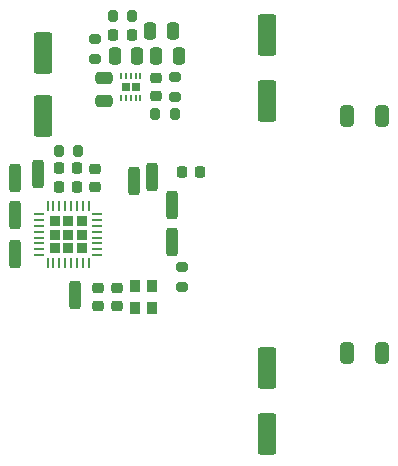
<source format=gbr>
%TF.GenerationSoftware,KiCad,Pcbnew,8.0.4*%
%TF.CreationDate,2024-09-11T23:51:38+02:00*%
%TF.ProjectId,HiFiDAC,48694669-4441-4432-9e6b-696361645f70,rev?*%
%TF.SameCoordinates,Original*%
%TF.FileFunction,Paste,Bot*%
%TF.FilePolarity,Positive*%
%FSLAX46Y46*%
G04 Gerber Fmt 4.6, Leading zero omitted, Abs format (unit mm)*
G04 Created by KiCad (PCBNEW 8.0.4) date 2024-09-11 23:51:38*
%MOMM*%
%LPD*%
G01*
G04 APERTURE LIST*
G04 Aperture macros list*
%AMRoundRect*
0 Rectangle with rounded corners*
0 $1 Rounding radius*
0 $2 $3 $4 $5 $6 $7 $8 $9 X,Y pos of 4 corners*
0 Add a 4 corners polygon primitive as box body*
4,1,4,$2,$3,$4,$5,$6,$7,$8,$9,$2,$3,0*
0 Add four circle primitives for the rounded corners*
1,1,$1+$1,$2,$3*
1,1,$1+$1,$4,$5*
1,1,$1+$1,$6,$7*
1,1,$1+$1,$8,$9*
0 Add four rect primitives between the rounded corners*
20,1,$1+$1,$2,$3,$4,$5,0*
20,1,$1+$1,$4,$5,$6,$7,0*
20,1,$1+$1,$6,$7,$8,$9,0*
20,1,$1+$1,$8,$9,$2,$3,0*%
G04 Aperture macros list end*
%ADD10RoundRect,0.237500X0.237500X-0.987500X0.237500X0.987500X-0.237500X0.987500X-0.237500X-0.987500X0*%
%ADD11RoundRect,0.250000X0.325000X0.650000X-0.325000X0.650000X-0.325000X-0.650000X0.325000X-0.650000X0*%
%ADD12RoundRect,0.225000X0.225000X0.250000X-0.225000X0.250000X-0.225000X-0.250000X0.225000X-0.250000X0*%
%ADD13RoundRect,0.250000X-0.250000X-0.475000X0.250000X-0.475000X0.250000X0.475000X-0.250000X0.475000X0*%
%ADD14RoundRect,0.237500X-0.237500X0.987500X-0.237500X-0.987500X0.237500X-0.987500X0.237500X0.987500X0*%
%ADD15RoundRect,0.250000X0.550000X-1.500000X0.550000X1.500000X-0.550000X1.500000X-0.550000X-1.500000X0*%
%ADD16RoundRect,0.250000X-0.475000X0.250000X-0.475000X-0.250000X0.475000X-0.250000X0.475000X0.250000X0*%
%ADD17RoundRect,0.225000X0.250000X-0.225000X0.250000X0.225000X-0.250000X0.225000X-0.250000X-0.225000X0*%
%ADD18RoundRect,0.232500X-0.232500X0.232500X-0.232500X-0.232500X0.232500X-0.232500X0.232500X0.232500X0*%
%ADD19RoundRect,0.062500X-0.062500X0.375000X-0.062500X-0.375000X0.062500X-0.375000X0.062500X0.375000X0*%
%ADD20RoundRect,0.062500X-0.375000X0.062500X-0.375000X-0.062500X0.375000X-0.062500X0.375000X0.062500X0*%
%ADD21R,0.950000X1.050000*%
%ADD22RoundRect,0.250000X0.250000X0.475000X-0.250000X0.475000X-0.250000X-0.475000X0.250000X-0.475000X0*%
%ADD23RoundRect,0.200000X-0.275000X0.200000X-0.275000X-0.200000X0.275000X-0.200000X0.275000X0.200000X0*%
%ADD24RoundRect,0.200000X0.200000X0.275000X-0.200000X0.275000X-0.200000X-0.275000X0.200000X-0.275000X0*%
%ADD25RoundRect,0.200000X-0.200000X-0.275000X0.200000X-0.275000X0.200000X0.275000X-0.200000X0.275000X0*%
%ADD26R,0.650000X0.750000*%
%ADD27RoundRect,0.050000X0.050000X-0.200000X0.050000X0.200000X-0.050000X0.200000X-0.050000X-0.200000X0*%
%ADD28RoundRect,0.225000X-0.250000X0.225000X-0.250000X-0.225000X0.250000X-0.225000X0.250000X0.225000X0*%
%ADD29RoundRect,0.218750X-0.218750X-0.256250X0.218750X-0.256250X0.218750X0.256250X-0.218750X0.256250X0*%
G04 APERTURE END LIST*
D10*
%TO.C,TP9*%
X144700000Y-100600000D03*
%TD*%
%TO.C,TP8*%
X144700000Y-97500000D03*
%TD*%
%TO.C,TP7*%
X143000000Y-95100000D03*
%TD*%
%TO.C,TP6*%
X141500000Y-95500000D03*
%TD*%
D11*
%TO.C,C39*%
X162475000Y-110000000D03*
X159525000Y-110000000D03*
%TD*%
D12*
%TO.C,C10*%
X136675000Y-96000000D03*
X135125000Y-96000000D03*
%TD*%
D13*
%TO.C,C26*%
X142850000Y-82800000D03*
X144750000Y-82800000D03*
%TD*%
D14*
%TO.C,TP4*%
X136500000Y-105100000D03*
%TD*%
D15*
%TO.C,C14*%
X152700000Y-116900000D03*
X152700000Y-111300000D03*
%TD*%
D13*
%TO.C,C27*%
X143350000Y-84900000D03*
X145250000Y-84900000D03*
%TD*%
D16*
%TO.C,C30*%
X138900000Y-86750000D03*
X138900000Y-88650000D03*
%TD*%
D17*
%TO.C,C8*%
X140000000Y-106075000D03*
X140000000Y-104525000D03*
%TD*%
D18*
%TO.C,U3*%
X137050000Y-98850000D03*
X135900000Y-98850000D03*
X134750000Y-98850000D03*
X137050000Y-100000000D03*
X135900000Y-100000000D03*
X134750000Y-100000000D03*
X137050000Y-101150000D03*
X135900000Y-101150000D03*
X134750000Y-101150000D03*
D19*
X134150000Y-97562500D03*
X134650000Y-97562500D03*
X135150000Y-97562500D03*
X135650000Y-97562500D03*
X136150000Y-97562500D03*
X136650000Y-97562500D03*
X137150000Y-97562500D03*
X137650000Y-97562500D03*
D20*
X138337500Y-98250000D03*
X138337500Y-98750000D03*
X138337500Y-99250000D03*
X138337500Y-99750000D03*
X138337500Y-100250000D03*
X138337500Y-100750000D03*
X138337500Y-101250000D03*
X138337500Y-101750000D03*
D19*
X137650000Y-102437500D03*
X137150000Y-102437500D03*
X136650000Y-102437500D03*
X136150000Y-102437500D03*
X135650000Y-102437500D03*
X135150000Y-102437500D03*
X134650000Y-102437500D03*
X134150000Y-102437500D03*
D20*
X133462500Y-101750000D03*
X133462500Y-101250000D03*
X133462500Y-100750000D03*
X133462500Y-100250000D03*
X133462500Y-99750000D03*
X133462500Y-99250000D03*
X133462500Y-98750000D03*
X133462500Y-98250000D03*
%TD*%
D14*
%TO.C,TP3*%
X131400000Y-98300000D03*
%TD*%
D21*
%TO.C,U1*%
X141575000Y-106225000D03*
X141575000Y-104375000D03*
X143025000Y-104375000D03*
X143025000Y-106225000D03*
%TD*%
D22*
%TO.C,C31*%
X141750000Y-84900000D03*
X139850000Y-84900000D03*
%TD*%
D15*
%TO.C,C13*%
X152700000Y-88700000D03*
X152700000Y-83100000D03*
%TD*%
D23*
%TO.C,R11*%
X144900000Y-86675000D03*
X144900000Y-88325000D03*
%TD*%
%TO.C,R2*%
X145500000Y-102775000D03*
X145500000Y-104425000D03*
%TD*%
D15*
%TO.C,C32*%
X133800000Y-90000000D03*
X133800000Y-84600000D03*
%TD*%
D24*
%TO.C,R13*%
X141325000Y-81500000D03*
X139675000Y-81500000D03*
%TD*%
D17*
%TO.C,C11*%
X138200000Y-95975000D03*
X138200000Y-94425000D03*
%TD*%
D14*
%TO.C,TP5*%
X131400000Y-101600000D03*
%TD*%
D25*
%TO.C,R12*%
X143275000Y-89800000D03*
X144925000Y-89800000D03*
%TD*%
D26*
%TO.C,U5*%
X140800000Y-87500000D03*
X141600000Y-87500000D03*
D27*
X142000000Y-88450000D03*
X141600000Y-88450000D03*
X141200000Y-88450000D03*
X140800000Y-88450000D03*
X140400000Y-88450000D03*
X140400000Y-86550000D03*
X140800000Y-86550000D03*
X141200000Y-86550000D03*
X141600000Y-86550000D03*
X142000000Y-86550000D03*
%TD*%
D28*
%TO.C,C25*%
X143300000Y-86725000D03*
X143300000Y-88275000D03*
%TD*%
D23*
%TO.C,R14*%
X138200000Y-83475000D03*
X138200000Y-85125000D03*
%TD*%
D14*
%TO.C,TP1*%
X133300000Y-94900000D03*
%TD*%
D11*
%TO.C,C42*%
X162475000Y-90000000D03*
X159525000Y-90000000D03*
%TD*%
D29*
%TO.C,FB1*%
X145512500Y-94700000D03*
X147087500Y-94700000D03*
%TD*%
D17*
%TO.C,C7*%
X138400000Y-106075000D03*
X138400000Y-104525000D03*
%TD*%
D10*
%TO.C,TP2*%
X131400000Y-95200000D03*
%TD*%
D12*
%TO.C,C9*%
X136675000Y-94400000D03*
X135125000Y-94400000D03*
%TD*%
%TO.C,C29*%
X141275000Y-83100000D03*
X139725000Y-83100000D03*
%TD*%
D25*
%TO.C,R6*%
X135075000Y-92900000D03*
X136725000Y-92900000D03*
%TD*%
M02*

</source>
